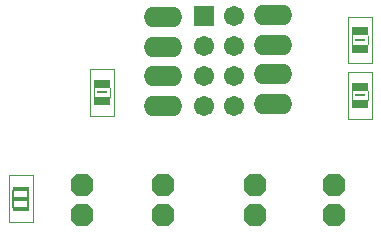
<source format=gts>
%FSTAX24Y24*%
%MOIN*%
%SFA1B1*%

%IPPOS*%
%AMD35*
4,1,8,0.037000,-0.018500,0.037000,0.018500,0.018500,0.037000,-0.018500,0.037000,-0.037000,0.018500,-0.037000,-0.018500,-0.018500,-0.037000,0.018500,-0.037000,0.037000,-0.018500,0.0*
%
%ADD11R,0.031800X0.007900*%
%ADD12R,0.047600X0.015900*%
%ADD13C,0.004000*%
%ADD14C,0.006000*%
%ADD15R,0.025000X0.024000*%
%ADD16R,0.057500X0.030000*%
%ADD17R,0.057500X0.029500*%
%ADD18R,0.056000X0.014000*%
%ADD19C,0.002000*%
%ADD32O,0.128000X0.068000*%
%ADD33C,0.067100*%
%ADD34R,0.067100X0.067100*%
G04~CAMADD=35~4~0.0~0.0~740.0~740.0~0.0~185.0~0~0.0~0.0~0.0~0.0~0~0.0~0.0~0.0~0.0~0~0.0~0.0~0.0~270.0~740.0~740.0*
%ADD35D35*%
%LNnode_simple-1*%
%LPD*%
G54D11*
X000549Y0048D03*
X009149Y0047D03*
Y00655D03*
G54D12*
X-002148Y001251D03*
G54D13*
X00081Y00465D02*
Y00494D01*
X00029Y00465D02*
Y00495D01*
X00941Y00455D02*
Y00484D01*
X00889Y00455D02*
Y00485D01*
X00941Y0064D02*
Y00669D01*
X00889Y0064D02*
Y0067D01*
G54D14*
X-0024Y00097D02*
Y00153D01*
X-0019Y00097D02*
Y00153D01*
G54D15*
X006264Y00442D03*
Y0054D03*
Y006394D03*
Y007374D03*
X002575Y007306D03*
Y006326D03*
Y005333D03*
Y004353D03*
G54D16*
X000547Y00451D03*
X009147Y00441D03*
Y00626D03*
G54D17*
X000547Y005082D03*
X009147Y004982D03*
Y006832D03*
G54D18*
X-00215Y00159D03*
Y00091D03*
G54D19*
X00016Y00402D02*
X000937D01*
X00016Y005577D02*
X000937D01*
Y00402D02*
Y005577D01*
X00016Y00402D02*
Y005577D01*
X00876Y00392D02*
X009537D01*
X00876Y005477D02*
X009537D01*
Y00392D02*
Y005477D01*
X00876Y00392D02*
Y005477D01*
Y00577D02*
X009537D01*
X00876Y007327D02*
X009537D01*
Y00577D02*
Y007327D01*
X00876Y00577D02*
Y007327D01*
X-002537Y00203D02*
X-00176D01*
X-002537Y000473D02*
X-00176D01*
X-002537D02*
Y00203D01*
X-00176Y000473D02*
Y00203D01*
G54D32*
X006239Y006392D03*
Y007376D03*
Y0054D03*
Y00442D03*
X0026Y005334D03*
Y00435D03*
Y006326D03*
Y007306D03*
G54D33*
X00495Y00435D03*
Y00535D03*
Y00635D03*
Y00735D03*
X00395Y00435D03*
Y00535D03*
Y00635D03*
G54D34*
X00395Y00735D03*
G54D35*
X0083Y0017D03*
Y0007D03*
X00565Y0017D03*
Y0007D03*
X0026Y0017D03*
Y0007D03*
X-0001Y0017D03*
Y0007D03*
M02*
</source>
